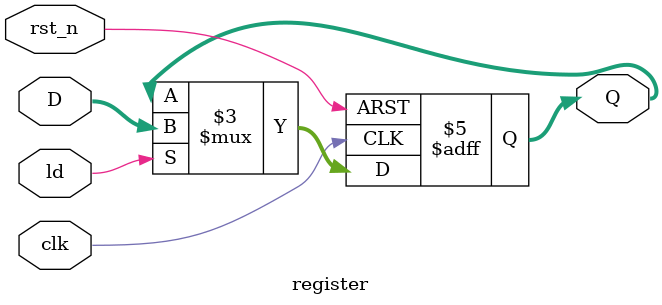
<source format=sv>
module register (

    input  logic clk,

    input  logic rst_n,   // Reset tích cực mức thấp

    input  logic [15:0] D,

    output logic [15:0] Q,

    input  logic ld

);

    always_ff @(posedge clk or negedge rst_n) begin

        if (!rst_n) 

            Q <= 16'b00000000;

        else if (ld) 

            Q <= D;

    end

endmodule



</source>
